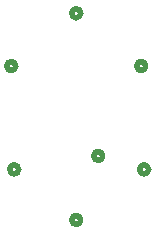
<source format=gbr>
%TF.GenerationSoftware,KiCad,Pcbnew,(6.0.7)*%
%TF.CreationDate,2024-10-06T09:26:11-05:00*%
%TF.ProjectId,RGB7Segment,52474237-5365-4676-9d65-6e742e6b6963,rev?*%
%TF.SameCoordinates,Original*%
%TF.FileFunction,Legend,Bot*%
%TF.FilePolarity,Positive*%
%FSLAX46Y46*%
G04 Gerber Fmt 4.6, Leading zero omitted, Abs format (unit mm)*
G04 Created by KiCad (PCBNEW (6.0.7)) date 2024-10-06 09:26:11*
%MOMM*%
%LPD*%
G01*
G04 APERTURE LIST*
%ADD10C,0.508000*%
G04 APERTURE END LIST*
D10*
%TO.C,B1*%
X202518800Y-91500700D02*
G75*
G03*
X202518800Y-91500700I-381000J0D01*
G01*
%TO.C,D1*%
X197018800Y-104531750D02*
G75*
G03*
X197018800Y-104531750I-381000J0D01*
G01*
%TO.C,A1*%
X197018800Y-87031750D02*
G75*
G03*
X197018800Y-87031750I-381000J0D01*
G01*
%TO.C,C1*%
X202768800Y-100250700D02*
G75*
G03*
X202768800Y-100250700I-381000J0D01*
G01*
%TO.C,E1*%
X191768800Y-100250700D02*
G75*
G03*
X191768800Y-100250700I-381000J0D01*
G01*
%TO.C,F1*%
X191518800Y-91500700D02*
G75*
G03*
X191518800Y-91500700I-381000J0D01*
G01*
%TO.C,G1*%
X198881700Y-99112200D02*
G75*
G03*
X198881700Y-99112200I-381000J0D01*
G01*
%TD*%
M02*

</source>
